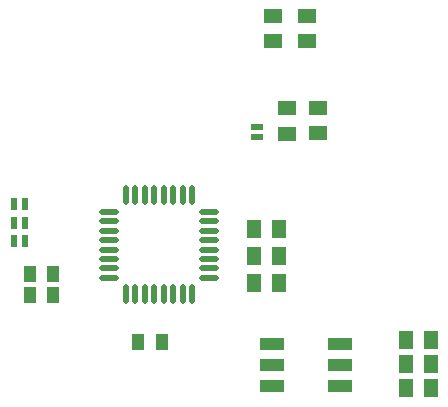
<source format=gbp>
%FSLAX25Y25*%
%MOIN*%
G70*
G01*
G75*
G04 Layer_Color=128*
%ADD10R,0.04921X0.07284*%
%ADD11R,0.09252X0.09449*%
%ADD12C,0.02756*%
%ADD13C,0.03150*%
%ADD14C,0.01969*%
%ADD15C,0.05906*%
%ADD16R,0.05906X0.05906*%
%ADD17C,0.06000*%
%ADD18O,0.09449X0.07874*%
%ADD19C,0.07874*%
%ADD20O,0.05906X0.09843*%
%ADD21C,0.04528*%
%ADD22C,0.02756*%
%ADD23C,0.03150*%
%ADD24C,0.13780*%
%ADD25C,0.17000*%
%ADD26R,0.08268X0.03937*%
%ADD27R,0.04500X0.05906*%
%ADD28R,0.02362X0.03937*%
%ADD29R,0.06299X0.05118*%
%ADD30R,0.05906X0.04500*%
%ADD31O,0.06496X0.02165*%
%ADD32O,0.02165X0.06496*%
%ADD33R,0.04000X0.05512*%
%ADD34R,0.03937X0.02362*%
%ADD35C,0.02362*%
%ADD36C,0.00315*%
%ADD37C,0.00197*%
%ADD38C,0.01000*%
%ADD39C,0.00984*%
%ADD40C,0.00787*%
%ADD41C,0.01181*%
%ADD42R,0.02165X0.07284*%
%ADD43R,0.89963X0.10959*%
%ADD44R,0.05721X0.08083*%
%ADD45R,0.10052X0.10249*%
%ADD46C,0.06706*%
%ADD47R,0.06706X0.06706*%
%ADD48C,0.06800*%
%ADD49O,0.10249X0.08674*%
%ADD50C,0.08674*%
%ADD51O,0.06706X0.10642*%
%ADD52C,0.05328*%
%ADD53C,0.03556*%
%ADD54C,0.03950*%
%ADD55C,0.14579*%
%ADD56C,0.17800*%
%ADD57R,0.09068X0.04737*%
%ADD58R,0.05300X0.06706*%
%ADD59R,0.03162X0.04737*%
%ADD60R,0.07099X0.05918*%
%ADD61R,0.06706X0.05300*%
%ADD62O,0.07296X0.02965*%
%ADD63O,0.02965X0.07296*%
%ADD64R,0.04800X0.06312*%
%ADD65R,0.04737X0.03162*%
D26*
X82576Y-147435D02*
D03*
Y-154324D02*
D03*
Y-161214D02*
D03*
X105214D02*
D03*
Y-154324D02*
D03*
Y-147435D02*
D03*
D27*
X135579Y-146101D02*
D03*
X127079D02*
D03*
X135579Y-154101D02*
D03*
X127079D02*
D03*
X135579Y-162101D02*
D03*
X127079D02*
D03*
X76471Y-108854D02*
D03*
X84971D02*
D03*
Y-126988D02*
D03*
X76471D02*
D03*
X84971Y-117940D02*
D03*
X76471D02*
D03*
D28*
X-3381Y-100731D02*
D03*
X162D02*
D03*
X-3381Y-106850D02*
D03*
X162D02*
D03*
X-3381Y-112969D02*
D03*
X162D02*
D03*
D29*
X97889Y-76981D02*
D03*
Y-68681D02*
D03*
D30*
X87672Y-77289D02*
D03*
Y-68789D02*
D03*
X94067Y-37917D02*
D03*
Y-46417D02*
D03*
X82746Y-37917D02*
D03*
Y-46417D02*
D03*
D31*
X61442Y-125261D02*
D03*
Y-122111D02*
D03*
Y-118962D02*
D03*
Y-115812D02*
D03*
Y-112662D02*
D03*
Y-109513D02*
D03*
Y-106363D02*
D03*
Y-103214D02*
D03*
X28371D02*
D03*
Y-106363D02*
D03*
Y-109513D02*
D03*
Y-112662D02*
D03*
Y-115812D02*
D03*
Y-118962D02*
D03*
Y-122111D02*
D03*
Y-125261D02*
D03*
D32*
X55930Y-97702D02*
D03*
X52781D02*
D03*
X49631D02*
D03*
X46481D02*
D03*
X43332D02*
D03*
X40182D02*
D03*
X37033D02*
D03*
X33883D02*
D03*
Y-130773D02*
D03*
X37033D02*
D03*
X40182D02*
D03*
X43332D02*
D03*
X46481D02*
D03*
X49631D02*
D03*
X52781D02*
D03*
X55930D02*
D03*
D33*
X1781Y-131103D02*
D03*
X9581D02*
D03*
X1878Y-124057D02*
D03*
X9678D02*
D03*
X45814Y-146652D02*
D03*
X38014D02*
D03*
D34*
X77646Y-78358D02*
D03*
Y-74815D02*
D03*
M02*

</source>
